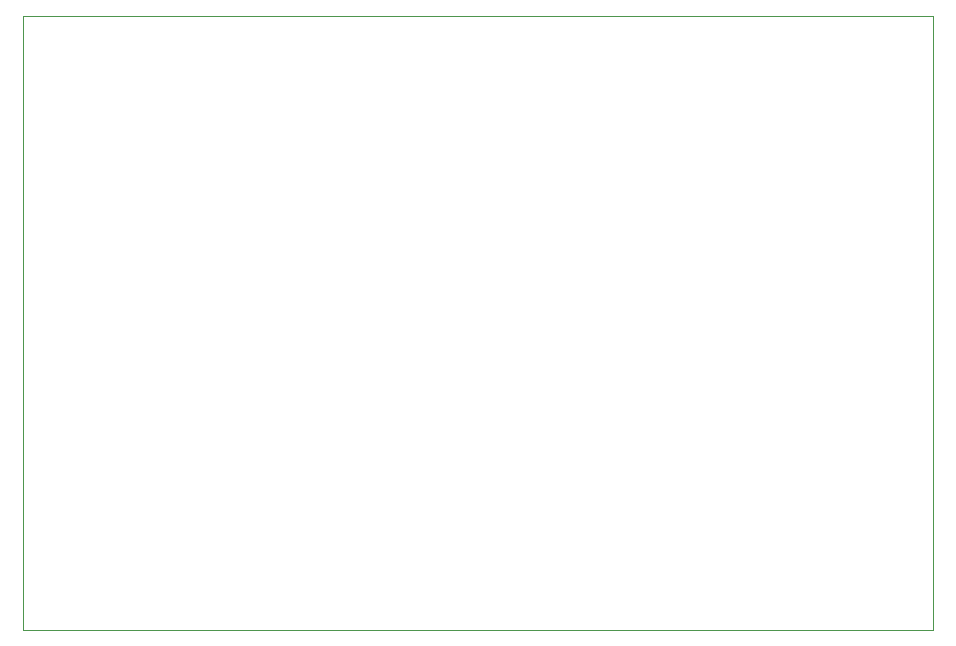
<source format=gbr>
G04 #@! TF.GenerationSoftware,KiCad,Pcbnew,5.1.5*
G04 #@! TF.CreationDate,2020-05-18T13:51:48+02:00*
G04 #@! TF.ProjectId,esp-12_led_strip_controller,6573702d-3132-45f6-9c65-645f73747269,rev?*
G04 #@! TF.SameCoordinates,Original*
G04 #@! TF.FileFunction,Profile,NP*
%FSLAX46Y46*%
G04 Gerber Fmt 4.6, Leading zero omitted, Abs format (unit mm)*
G04 Created by KiCad (PCBNEW 5.1.5) date 2020-05-18 13:51:48*
%MOMM*%
%LPD*%
G04 APERTURE LIST*
%ADD10C,0.100000*%
G04 APERTURE END LIST*
D10*
X48000000Y-143000000D02*
X125000000Y-143000000D01*
X125000000Y-91000000D02*
X48000000Y-91000000D01*
X125000000Y-143000000D02*
X125000000Y-91000000D01*
X48000000Y-91000000D02*
X48000000Y-143000000D01*
M02*

</source>
